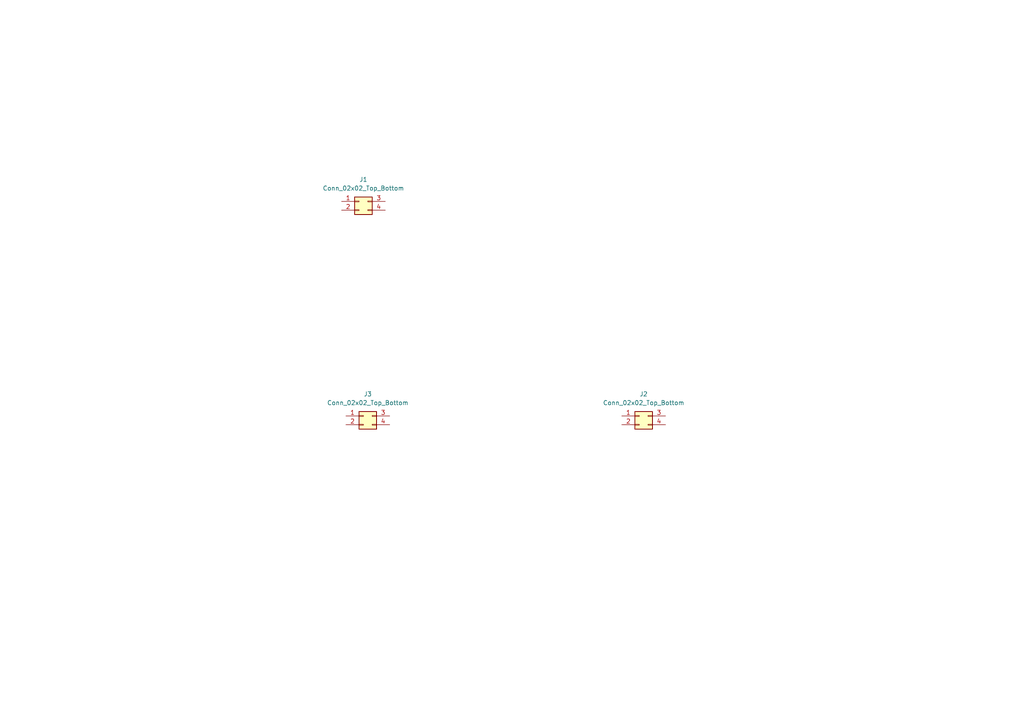
<source format=kicad_sch>
(kicad_sch (version 20211123) (generator eeschema)

  (uuid 9b2212d8-aded-47f3-8239-be03a2cc8e37)

  (paper "A4")

  (lib_symbols
    (symbol "Connector_Generic:Conn_02x02_Top_Bottom" (pin_names (offset 1.016) hide) (in_bom yes) (on_board yes)
      (property "Reference" "J" (id 0) (at 1.27 2.54 0)
        (effects (font (size 1.27 1.27)))
      )
      (property "Value" "Conn_02x02_Top_Bottom" (id 1) (at 1.27 -5.08 0)
        (effects (font (size 1.27 1.27)))
      )
      (property "Footprint" "" (id 2) (at 0 0 0)
        (effects (font (size 1.27 1.27)) hide)
      )
      (property "Datasheet" "~" (id 3) (at 0 0 0)
        (effects (font (size 1.27 1.27)) hide)
      )
      (property "ki_keywords" "connector" (id 4) (at 0 0 0)
        (effects (font (size 1.27 1.27)) hide)
      )
      (property "ki_description" "Generic connector, double row, 02x02, top/bottom pin numbering scheme (row 1: 1...pins_per_row, row2: pins_per_row+1 ... num_pins), script generated (kicad-library-utils/schlib/autogen/connector/)" (id 5) (at 0 0 0)
        (effects (font (size 1.27 1.27)) hide)
      )
      (property "ki_fp_filters" "Connector*:*_2x??_*" (id 6) (at 0 0 0)
        (effects (font (size 1.27 1.27)) hide)
      )
      (symbol "Conn_02x02_Top_Bottom_1_1"
        (rectangle (start -1.27 -2.413) (end 0 -2.667)
          (stroke (width 0.1524) (type default) (color 0 0 0 0))
          (fill (type none))
        )
        (rectangle (start -1.27 0.127) (end 0 -0.127)
          (stroke (width 0.1524) (type default) (color 0 0 0 0))
          (fill (type none))
        )
        (rectangle (start -1.27 1.27) (end 3.81 -3.81)
          (stroke (width 0.254) (type default) (color 0 0 0 0))
          (fill (type background))
        )
        (rectangle (start 3.81 -2.413) (end 2.54 -2.667)
          (stroke (width 0.1524) (type default) (color 0 0 0 0))
          (fill (type none))
        )
        (rectangle (start 3.81 0.127) (end 2.54 -0.127)
          (stroke (width 0.1524) (type default) (color 0 0 0 0))
          (fill (type none))
        )
        (pin passive line (at -5.08 0 0) (length 3.81)
          (name "Pin_1" (effects (font (size 1.27 1.27))))
          (number "1" (effects (font (size 1.27 1.27))))
        )
        (pin passive line (at -5.08 -2.54 0) (length 3.81)
          (name "Pin_2" (effects (font (size 1.27 1.27))))
          (number "2" (effects (font (size 1.27 1.27))))
        )
        (pin passive line (at 7.62 0 180) (length 3.81)
          (name "Pin_3" (effects (font (size 1.27 1.27))))
          (number "3" (effects (font (size 1.27 1.27))))
        )
        (pin passive line (at 7.62 -2.54 180) (length 3.81)
          (name "Pin_4" (effects (font (size 1.27 1.27))))
          (number "4" (effects (font (size 1.27 1.27))))
        )
      )
    )
  )


  (symbol (lib_id "Connector_Generic:Conn_02x02_Top_Bottom") (at 104.14 58.42 0) (unit 1)
    (in_bom yes) (on_board yes) (fields_autoplaced)
    (uuid 724a8ae8-586a-499d-aab7-c7e5baf86de0)
    (property "Reference" "J1" (id 0) (at 105.41 52.07 0))
    (property "Value" "Conn_02x02_Top_Bottom" (id 1) (at 105.41 54.61 0))
    (property "Footprint" "Connector_PinHeader_2.54mm:PinHeader_2x02_P2.54mm_Vertical_SMD" (id 2) (at 104.14 58.42 0)
      (effects (font (size 1.27 1.27)) hide)
    )
    (property "Datasheet" "~" (id 3) (at 104.14 58.42 0)
      (effects (font (size 1.27 1.27)) hide)
    )
    (pin "1" (uuid 3bca8dc4-c927-40ba-a791-5c3fa8883201))
    (pin "2" (uuid 0d8bcb0a-a18d-45e5-9d85-bd90ffa55531))
    (pin "3" (uuid 5567ad21-acbc-44cd-b2fd-e35a8fb431ec))
    (pin "4" (uuid 1af19b41-72a7-45ba-bc28-8c868c03f3d7))
  )

  (symbol (lib_id "Connector_Generic:Conn_02x02_Top_Bottom") (at 105.41 120.65 0) (unit 1)
    (in_bom yes) (on_board yes) (fields_autoplaced)
    (uuid 78533b46-1c05-4178-a14b-24fca755adcb)
    (property "Reference" "J3" (id 0) (at 106.68 114.3 0))
    (property "Value" "Conn_02x02_Top_Bottom" (id 1) (at 106.68 116.84 0))
    (property "Footprint" "Connector_PinHeader_2.54mm:PinHeader_2x02_P2.54mm_Vertical_SMD" (id 2) (at 105.41 120.65 0)
      (effects (font (size 1.27 1.27)) hide)
    )
    (property "Datasheet" "~" (id 3) (at 105.41 120.65 0)
      (effects (font (size 1.27 1.27)) hide)
    )
    (pin "1" (uuid 237eef8f-f435-47f0-8530-e7588ae21931))
    (pin "2" (uuid 94f087f4-5f3e-415a-86fc-8e4fbd11bbff))
    (pin "3" (uuid 139788d0-d731-426d-a7ff-c9334084edc8))
    (pin "4" (uuid 1a374a2c-8689-49f2-9a7c-c632aeaa640d))
  )

  (symbol (lib_id "Connector_Generic:Conn_02x02_Top_Bottom") (at 185.42 120.65 0) (unit 1)
    (in_bom yes) (on_board yes) (fields_autoplaced)
    (uuid afc04a2a-65b0-4c02-80de-29b26d4cc49c)
    (property "Reference" "J2" (id 0) (at 186.69 114.3 0))
    (property "Value" "Conn_02x02_Top_Bottom" (id 1) (at 186.69 116.84 0))
    (property "Footprint" "Connector_PinHeader_2.54mm:PinHeader_2x02_P2.54mm_Vertical_SMD" (id 2) (at 185.42 120.65 0)
      (effects (font (size 1.27 1.27)) hide)
    )
    (property "Datasheet" "~" (id 3) (at 185.42 120.65 0)
      (effects (font (size 1.27 1.27)) hide)
    )
    (pin "1" (uuid 696f48d1-6d27-48a3-aab3-26ca52c1aa2f))
    (pin "2" (uuid 205b9105-1a57-4328-9aca-9fceef6bcabe))
    (pin "3" (uuid 913bf348-dc56-4706-91a5-bafee058f6a2))
    (pin "4" (uuid 1c2967e5-c73c-4848-a53f-addaa439c987))
  )

  (sheet_instances
    (path "/" (page "1"))
  )

  (symbol_instances
    (path "/724a8ae8-586a-499d-aab7-c7e5baf86de0"
      (reference "J1") (unit 1) (value "Conn_02x02_Top_Bottom") (footprint "Connector_PinHeader_2.54mm:PinHeader_2x02_P2.54mm_Vertical_SMD")
    )
    (path "/afc04a2a-65b0-4c02-80de-29b26d4cc49c"
      (reference "J2") (unit 1) (value "Conn_02x02_Top_Bottom") (footprint "Connector_PinHeader_2.54mm:PinHeader_2x02_P2.54mm_Vertical_SMD")
    )
    (path "/78533b46-1c05-4178-a14b-24fca755adcb"
      (reference "J3") (unit 1) (value "Conn_02x02_Top_Bottom") (footprint "Connector_PinHeader_2.54mm:PinHeader_2x02_P2.54mm_Vertical_SMD")
    )
  )
)

</source>
